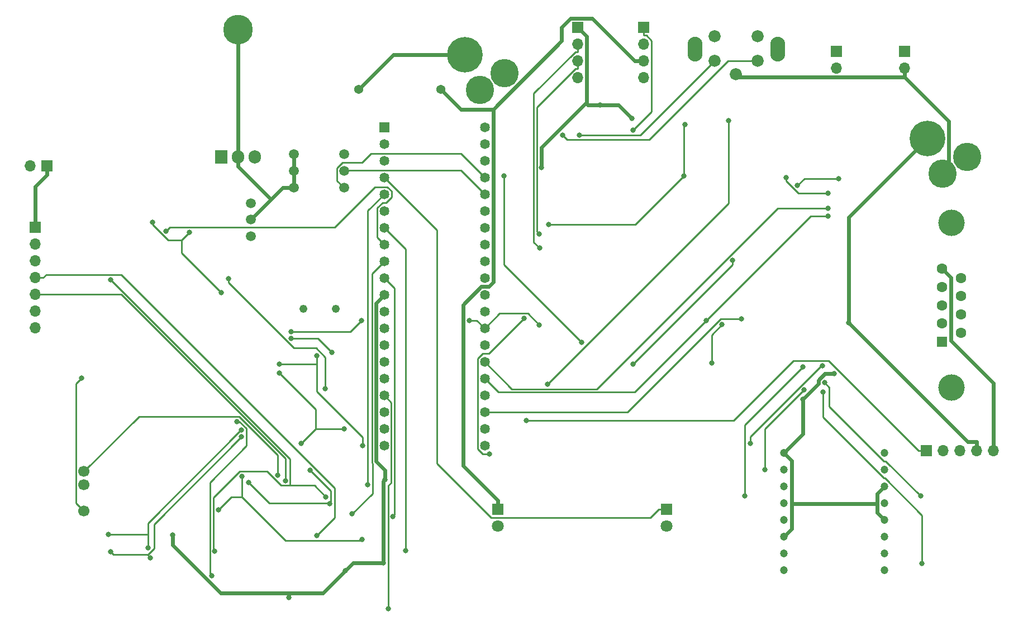
<source format=gbr>
%TF.GenerationSoftware,KiCad,Pcbnew,(6.0.2)*%
%TF.CreationDate,2022-06-17T14:25:20-05:00*%
%TF.ProjectId,Snap_Station,536e6170-5f53-4746-9174-696f6e2e6b69,rev?*%
%TF.SameCoordinates,Original*%
%TF.FileFunction,Copper,L2,Bot*%
%TF.FilePolarity,Positive*%
%FSLAX46Y46*%
G04 Gerber Fmt 4.6, Leading zero omitted, Abs format (unit mm)*
G04 Created by KiCad (PCBNEW (6.0.2)) date 2022-06-17 14:25:20*
%MOMM*%
%LPD*%
G01*
G04 APERTURE LIST*
%TA.AperFunction,ComponentPad*%
%ADD10C,1.830000*%
%TD*%
%TA.AperFunction,ComponentPad*%
%ADD11O,2.250000X3.750000*%
%TD*%
%TA.AperFunction,ComponentPad*%
%ADD12C,4.000000*%
%TD*%
%TA.AperFunction,ComponentPad*%
%ADD13R,1.600000X1.600000*%
%TD*%
%TA.AperFunction,ComponentPad*%
%ADD14C,1.600000*%
%TD*%
%TA.AperFunction,ComponentPad*%
%ADD15R,1.700000X1.700000*%
%TD*%
%TA.AperFunction,ComponentPad*%
%ADD16O,1.700000X1.700000*%
%TD*%
%TA.AperFunction,ComponentPad*%
%ADD17C,4.500000*%
%TD*%
%TA.AperFunction,ComponentPad*%
%ADD18R,1.485900X1.485900*%
%TD*%
%TA.AperFunction,ComponentPad*%
%ADD19C,1.485900*%
%TD*%
%TA.AperFunction,ComponentPad*%
%ADD20R,1.905000X2.000000*%
%TD*%
%TA.AperFunction,ComponentPad*%
%ADD21O,1.905000X2.000000*%
%TD*%
%TA.AperFunction,ComponentPad*%
%ADD22C,5.385000*%
%TD*%
%TA.AperFunction,ComponentPad*%
%ADD23C,4.295000*%
%TD*%
%TA.AperFunction,ComponentPad*%
%ADD24C,1.365000*%
%TD*%
%TA.AperFunction,ComponentPad*%
%ADD25C,1.493000*%
%TD*%
%TA.AperFunction,ComponentPad*%
%ADD26C,1.500000*%
%TD*%
%TA.AperFunction,ComponentPad*%
%ADD27C,1.247000*%
%TD*%
%TA.AperFunction,ComponentPad*%
%ADD28C,1.700000*%
%TD*%
%TA.AperFunction,ComponentPad*%
%ADD29C,1.200000*%
%TD*%
%TA.AperFunction,ComponentPad*%
%ADD30R,1.800000X1.800000*%
%TD*%
%TA.AperFunction,ComponentPad*%
%ADD31C,1.800000*%
%TD*%
%TA.AperFunction,ViaPad*%
%ADD32C,0.800000*%
%TD*%
%TA.AperFunction,Conductor*%
%ADD33C,0.600000*%
%TD*%
%TA.AperFunction,Conductor*%
%ADD34C,0.250000*%
%TD*%
G04 APERTURE END LIST*
D10*
%TO.P,J4,1,Pin_1*%
%TO.N,unconnected-(J4-Pad1)*%
X183980000Y-53708000D03*
%TO.P,J4,2,Pin_2*%
%TO.N,Wire46*%
X183979000Y-57443000D03*
%TO.P,J4,3,Pin_3*%
%TO.N,GND*%
X187239000Y-59474000D03*
%TO.P,J4,4,Pin_4*%
%TO.N,Wire44*%
X190480000Y-57445000D03*
%TO.P,J4,5,Pin_5*%
%TO.N,unconnected-(J4-Pad5)*%
X190482000Y-53690000D03*
D11*
%TO.P,J4,6*%
%TO.N,N/C*%
X181022000Y-55641000D03*
%TO.P,J4,7*%
X193522000Y-55673000D03*
%TD*%
D12*
%TO.P,P1,0*%
%TO.N,N/C*%
X219895000Y-106987000D03*
X219895000Y-81987000D03*
D13*
%TO.P,P1,1,1*%
%TO.N,unconnected-(P1-Pad1)*%
X218475000Y-100027000D03*
D14*
%TO.P,P1,2,2*%
%TO.N,Wire84*%
X218475000Y-97257000D03*
%TO.P,P1,3,3*%
%TO.N,Wire85*%
X218475000Y-94487000D03*
%TO.P,P1,4,4*%
%TO.N,unconnected-(P1-Pad4)*%
X218475000Y-91717000D03*
%TO.P,P1,5,5*%
%TO.N,GND*%
X218475000Y-88947000D03*
%TO.P,P1,6,6*%
%TO.N,unconnected-(P1-Pad6)*%
X221315000Y-98642000D03*
%TO.P,P1,7,7*%
%TO.N,unconnected-(P1-Pad7)*%
X221315000Y-95872000D03*
%TO.P,P1,8,8*%
%TO.N,unconnected-(P1-Pad8)*%
X221315000Y-93102000D03*
%TO.P,P1,9,9*%
%TO.N,unconnected-(P1-Pad9)*%
X221315000Y-90332000D03*
%TD*%
D15*
%TO.P,J14,1,Pin_1*%
%TO.N,VCC*%
X163235000Y-52350000D03*
D16*
%TO.P,J14,2,Pin_2*%
%TO.N,Wire49*%
X163235000Y-54890000D03*
%TO.P,J14,3,Pin_3*%
%TO.N,Wire48*%
X163235000Y-57430000D03*
%TO.P,J14,4,Pin_4*%
%TO.N,GND*%
X163235000Y-59970000D03*
%TD*%
D17*
%TO.P,7805Gnd,1*%
%TO.N,GND*%
X111766000Y-52662000D03*
%TD*%
D18*
%TO.P,U4,1,~{MCLR/VPP}*%
%TO.N,Wire1*%
X133936000Y-67493000D03*
D19*
%TO.P,U4,2,RA0*%
%TO.N,Wire2*%
X133936000Y-70033000D03*
%TO.P,U4,3,RA1*%
%TO.N,Wire6*%
X133936000Y-72573000D03*
%TO.P,U4,4,RA2*%
%TO.N,Wire65*%
X133936000Y-75113000D03*
%TO.P,U4,5,RA3*%
%TO.N,Wire79*%
X133936000Y-77653000D03*
%TO.P,U4,6,RA4/T0CKI*%
%TO.N,Wire21*%
X133936000Y-80193000D03*
%TO.P,U4,7,RA5/~{SS}*%
%TO.N,Wire42*%
X133936000Y-82733000D03*
%TO.P,U4,8,RE0/~{RD}*%
%TO.N,Wire76*%
X133936000Y-85273000D03*
%TO.P,U4,9,RE1/~{WR}*%
%TO.N,Wire15*%
X133936000Y-87813000D03*
%TO.P,U4,10,RE2/~{CS}*%
%TO.N,Wire78*%
X133936000Y-90353000D03*
%TO.P,U4,11,VDD_2*%
%TO.N,VCC*%
X133936000Y-92893000D03*
%TO.P,U4,12,VSS_2*%
%TO.N,Wire28*%
X133936000Y-95433000D03*
%TO.P,U4,13,OSC1/CLKIN*%
%TO.N,Wire29*%
X133936000Y-97973000D03*
%TO.P,U4,14,OSC2/CLKOUT*%
%TO.N,Wire27*%
X133936000Y-100513000D03*
%TO.P,U4,15,RC0/T1OSO/T1CKI*%
%TO.N,Wire80*%
X133936000Y-103053000D03*
%TO.P,U4,16,RC1/T1OSI/CCP2*%
%TO.N,Wire81*%
X133936000Y-105593000D03*
%TO.P,U4,17,RC2/CCP1*%
%TO.N,Wire38*%
X133936000Y-108133000D03*
%TO.P,U4,18,RC3/SCK/SCL*%
%TO.N,Wire63*%
X133936000Y-110673000D03*
%TO.P,U4,19,RD0/PSP0*%
%TO.N,Wire32*%
X133936000Y-113213000D03*
%TO.P,U4,20,RD1/PSP1*%
%TO.N,Wire30*%
X133936000Y-115753000D03*
%TO.P,U4,21,RD2/PSP2*%
%TO.N,Wire61*%
X149176000Y-115753000D03*
%TO.P,U4,22,RD3/PSP3*%
%TO.N,Wire31*%
X149176000Y-113213000D03*
%TO.P,U4,23,RC4/SDI/SDA*%
%TO.N,Wire59*%
X149176000Y-110673000D03*
%TO.P,U4,24,RC5/SDO*%
%TO.N,Wire57*%
X149176000Y-108133000D03*
%TO.P,U4,25,RC6/TX/CK*%
%TO.N,Wire55*%
X149176000Y-105593000D03*
%TO.P,U4,26,RC7/RX/DT*%
%TO.N,Wire82*%
X149176000Y-103053000D03*
%TO.P,U4,27,RD4/PSP4*%
%TO.N,Wire54*%
X149176000Y-100513000D03*
%TO.P,U4,28,RD5/PSP5*%
%TO.N,Wire53*%
X149176000Y-97973000D03*
%TO.P,U4,29,RD6/PSP6*%
%TO.N,Wire52*%
X149176000Y-95433000D03*
%TO.P,U4,30,RD7/PSP7*%
%TO.N,Wire51*%
X149176000Y-92893000D03*
%TO.P,U4,31,VSS*%
%TO.N,GND*%
X149176000Y-90353000D03*
%TO.P,U4,32,VDD*%
%TO.N,VCC*%
X149176000Y-87813000D03*
%TO.P,U4,33,RB0/INT*%
%TO.N,Wire50*%
X149176000Y-85273000D03*
%TO.P,U4,34,RB1*%
%TO.N,Wire47*%
X149176000Y-82733000D03*
%TO.P,U4,35,RB2*%
%TO.N,Wire24*%
X149176000Y-80193000D03*
%TO.P,U4,36,RB3*%
%TO.N,Wire25*%
X149176000Y-77653000D03*
%TO.P,U4,37,RB4*%
%TO.N,Wire26*%
X149176000Y-75113000D03*
%TO.P,U4,38,RB5*%
%TO.N,Wire83*%
X149176000Y-72573000D03*
%TO.P,U4,39,RB6*%
%TO.N,Wire45*%
X149176000Y-70033000D03*
%TO.P,U4,40,RB7*%
%TO.N,Wire43*%
X149176000Y-67493000D03*
%TD*%
D20*
%TO.P,U10,1,VI*%
%TO.N,Wire5*%
X109232000Y-71944000D03*
D21*
%TO.P,U10,2,GND*%
%TO.N,GND*%
X111772000Y-71944000D03*
%TO.P,U10,3,VO*%
%TO.N,VCC*%
X114312000Y-71944000D03*
%TD*%
D22*
%TO.P,J6,1*%
%TO.N,Wire8*%
X146145000Y-56511000D03*
D23*
%TO.P,J6,2*%
%TO.N,GND*%
X148445000Y-61811000D03*
%TO.P,J6,3*%
%TO.N,unconnected-(J6-Pad3)*%
X152145000Y-59311000D03*
%TD*%
D24*
%TO.P,F1,1*%
%TO.N,Wire8*%
X130039000Y-61739000D03*
%TO.P,F1,2*%
%TO.N,Wire5*%
X142539000Y-61736000D03*
%TD*%
D15*
%TO.P,J2,1,Pin_1*%
%TO.N,Wire5*%
X202433000Y-55946000D03*
D16*
%TO.P,J2,2,Pin_2*%
%TO.N,Wire66*%
X202433000Y-58486000D03*
%TD*%
D15*
%TO.P,J16,1,Pin_1*%
%TO.N,Wire60*%
X216069000Y-116535000D03*
D16*
%TO.P,J16,2,Pin_2*%
%TO.N,Wire64*%
X218609000Y-116535000D03*
%TO.P,J16,3,Pin_3*%
%TO.N,Wire56*%
X221149000Y-116535000D03*
%TO.P,J16,4,Pin_4*%
%TO.N,VCC*%
X223689000Y-116535000D03*
%TO.P,J16,5,Pin_5*%
%TO.N,GND*%
X226229000Y-116535000D03*
%TD*%
D25*
%TO.P,U3,1,1*%
%TO.N,Wire19*%
X113740000Y-79000000D03*
%TO.P,U3,2,2*%
%TO.N,GND*%
X113740000Y-81500000D03*
%TO.P,U3,3,3*%
%TO.N,Wire18*%
X113740000Y-84000000D03*
%TD*%
D26*
%TO.P,S1,1,COM_1*%
%TO.N,GND*%
X120237000Y-71598000D03*
%TO.P,S1,2,COM_2*%
X120237000Y-74138000D03*
%TO.P,S1,3,COM_3*%
X120237000Y-76678000D03*
%TO.P,S1,4,NO_1*%
%TO.N,Wire26*%
X127857000Y-76678000D03*
%TO.P,S1,5,NO_2*%
%TO.N,Wire25*%
X127857000Y-74138000D03*
%TO.P,S1,6,NO_3*%
%TO.N,Wire24*%
X127857000Y-71598000D03*
%TD*%
D15*
%TO.P,J13,1,Pin_1*%
%TO.N,Wire67*%
X212732000Y-55945000D03*
D16*
%TO.P,J13,2,Pin_2*%
%TO.N,GND*%
X212732000Y-58485000D03*
%TD*%
D15*
%TO.P,J11,1,Pin_1*%
%TO.N,Wire5*%
X82781000Y-73336000D03*
D16*
%TO.P,J11,2,Pin_2*%
%TO.N,Wire4*%
X80241000Y-73336000D03*
%TD*%
D22*
%TO.P,J12,1*%
%TO.N,VCC*%
X216232000Y-69197000D03*
D23*
%TO.P,J12,2*%
%TO.N,GND*%
X218532000Y-74497000D03*
%TO.P,J12,3*%
%TO.N,unconnected-(J12-Pad3)*%
X222232000Y-71997000D03*
%TD*%
D27*
%TO.P,Y1,1,1*%
%TO.N,Wire27*%
X121686000Y-95044000D03*
%TO.P,Y1,2,2*%
%TO.N,Wire29*%
X126566000Y-95044000D03*
%TD*%
D28*
%TO.P,J3,1,Pin_1*%
%TO.N,Wire150*%
X88433000Y-119693000D03*
%TO.P,J3,2,Pin_2*%
%TO.N,GND*%
X88434000Y-121721000D03*
%TO.P,J3,3,Pin_3*%
%TO.N,Wire9*%
X88438000Y-125646000D03*
%TD*%
D15*
%TO.P,J15,1,Pin_1*%
%TO.N,Wire5*%
X81033000Y-82694000D03*
D16*
%TO.P,J15,2,Pin_2*%
%TO.N,VCC*%
X81033000Y-85234000D03*
%TO.P,J15,3,Pin_3*%
%TO.N,Wire11*%
X81033000Y-87774000D03*
%TO.P,J15,4,Pin_4*%
%TO.N,Wire12*%
X81033000Y-90314000D03*
%TO.P,J15,5,Pin_5*%
%TO.N,Wire13*%
X81033000Y-92854000D03*
%TO.P,J15,6,Pin_6*%
%TO.N,Wire14*%
X81033000Y-95394000D03*
%TO.P,J15,7,Pin_7*%
%TO.N,GND*%
X81033000Y-97934000D03*
%TD*%
D15*
%TO.P,J8,1,Pin_1*%
%TO.N,Wire7*%
X173256000Y-52352000D03*
D16*
%TO.P,J8,2,Pin_2*%
%TO.N,GND*%
X173256000Y-54892000D03*
%TO.P,J8,3,Pin_3*%
%TO.N,Wire5*%
X173256000Y-57432000D03*
%TO.P,J8,4,Pin_4*%
%TO.N,unconnected-(J8-Pad4)*%
X173256000Y-59972000D03*
%TD*%
D29*
%TO.P,D2,2,ANODE_A*%
%TO.N,Wire99*%
X209732000Y-116842000D03*
%TO.P,D2,3,ANODE_F*%
%TO.N,Wire101*%
X209732000Y-119382000D03*
%TO.P,D2,4,COMMON_CATHODE_1*%
%TO.N,GND*%
X209732000Y-121922000D03*
%TO.P,D2,5,ANODE_E*%
%TO.N,Wire100*%
X209732000Y-124462000D03*
%TO.P,D2,6,COMMON_CATHODE_2*%
%TO.N,GND*%
X209732000Y-127002000D03*
%TO.P,D2,7,ANODE_L.D.P.*%
%TO.N,unconnected-(D2-Pad7)*%
X209732000Y-129542000D03*
%TO.P,D2,8,NO_PIN_1*%
%TO.N,unconnected-(D2-Pad8)*%
X209732000Y-132082000D03*
%TO.P,D2,9,NO_PIN_2*%
%TO.N,unconnected-(D2-Pad9)*%
X209732000Y-134622000D03*
%TO.P,D2,10,ANODE_R.D.P.*%
%TO.N,Wire97*%
X194492000Y-134622000D03*
%TO.P,D2,11,ANODE_D*%
%TO.N,Wire96*%
X194492000Y-132082000D03*
%TO.P,D2,12,COMMON_CATHODE_3*%
%TO.N,GND*%
X194492000Y-129542000D03*
%TO.P,D2,13,ANODE_C*%
%TO.N,Wire95*%
X194492000Y-127002000D03*
%TO.P,D2,14,ANODE_G*%
%TO.N,Wire98*%
X194492000Y-124462000D03*
%TO.P,D2,15,ANODE_B*%
%TO.N,Wire94*%
X194492000Y-121922000D03*
%TO.P,D2,16,NO_PIN_3*%
%TO.N,unconnected-(D2-Pad16)*%
X194492000Y-119382000D03*
%TO.P,D2,17,COMMON_CATHODE_4*%
%TO.N,GND*%
X194492000Y-116842000D03*
%TD*%
D30*
%TO.P,D6,1,K*%
%TO.N,Wire65*%
X176728000Y-125436000D03*
D31*
%TO.P,D6,2,A*%
%TO.N,Net-(D6-Pad2)*%
X176728000Y-127976000D03*
%TD*%
D30*
%TO.P,D23,1,K*%
%TO.N,Wire5*%
X151131000Y-125438000D03*
D31*
%TO.P,D23,2,A*%
%TO.N,Net-(D23-Pad2)*%
X151131000Y-127978000D03*
%TD*%
D32*
%TO.N,GND*%
X197357900Y-108738100D03*
X202084700Y-104861700D03*
%TO.N,VCC*%
X119483200Y-138753000D03*
X166616900Y-64091300D03*
X127999800Y-134692600D03*
X134017900Y-120947800D03*
X171452200Y-66144200D03*
X157770300Y-73607700D03*
X133771900Y-133501200D03*
X204287600Y-97130800D03*
X101860900Y-129332600D03*
%TO.N,Wire55*%
X201137000Y-80985800D03*
X182731000Y-96825500D03*
%TO.N,Wire42*%
X137142300Y-131710700D03*
%TO.N,Wire23*%
X149824900Y-117045800D03*
X155155800Y-96446000D03*
%TO.N,Wire150*%
X117779300Y-120254600D03*
%TO.N,Wire59*%
X188041700Y-96571000D03*
%TO.N,Wire63*%
X185123700Y-97366900D03*
X183525900Y-103189100D03*
%TO.N,Wire6*%
X179529300Y-67076000D03*
X158876400Y-82264000D03*
X179342000Y-74889300D03*
%TO.N,Wire62*%
X171657400Y-103359500D03*
X186681000Y-87667800D03*
%TO.N,Wire38*%
X134510800Y-140443000D03*
%TO.N,Wire58*%
X158658200Y-106433600D03*
X186107600Y-66460400D03*
%TO.N,Wire70*%
X194793300Y-75129400D03*
X201142400Y-77494000D03*
%TO.N,Wire68*%
X202818100Y-75246400D03*
X196530200Y-76296800D03*
%TO.N,Wire82*%
X201139700Y-79774100D03*
%TO.N,Wire9*%
X88024500Y-105539200D03*
%TO.N,Wire39*%
X122702300Y-119510300D03*
X113378000Y-121380200D03*
X125683300Y-124597600D03*
%TO.N,Wire34*%
X108799300Y-125525200D03*
X130567000Y-129996000D03*
X112346000Y-120376200D03*
%TO.N,Wire16*%
X112281000Y-113425600D03*
X92083100Y-129227600D03*
X98127800Y-131260800D03*
%TO.N,Wire17*%
X112300000Y-114425900D03*
X92465200Y-131853000D03*
X98445000Y-132791300D03*
%TO.N,Wire37*%
X111573600Y-112081200D03*
X107822000Y-135487400D03*
%TO.N,Wire32*%
X121291300Y-115424000D03*
X117995000Y-104711700D03*
X127850200Y-113213000D03*
%TO.N,Wire30*%
X123738900Y-102141900D03*
X130662600Y-115753000D03*
X118011700Y-103414000D03*
%TO.N,Wire54*%
X125992900Y-101636800D03*
X119802500Y-99501700D03*
%TO.N,Wire53*%
X130465700Y-96754800D03*
X119827800Y-98453000D03*
X157440500Y-97479100D03*
X146786300Y-96754800D03*
%TO.N,Wire10*%
X109229600Y-92520600D03*
X104362900Y-83435300D03*
X98815700Y-81922000D03*
%TO.N,Wire22*%
X110333400Y-90434600D03*
X124999300Y-107161800D03*
%TO.N,Wire89*%
X197380300Y-103856200D03*
X188580000Y-123386900D03*
%TO.N,Wire90*%
X191637300Y-119413300D03*
X197496300Y-107325000D03*
%TO.N,Wire91*%
X200627100Y-106214100D03*
X215192000Y-123394000D03*
%TO.N,Wire92*%
X215432000Y-133595200D03*
X200390100Y-107664000D03*
%TO.N,Wire83*%
X163830700Y-100072000D03*
X152067900Y-74865700D03*
%TO.N,Wire93*%
X189376600Y-115402800D03*
X200340200Y-103636800D03*
%TO.N,Wire12*%
X123667900Y-129415500D03*
%TO.N,Wire13*%
X118955000Y-121059700D03*
%TO.N,Wire60*%
X155473900Y-111944500D03*
%TO.N,Wire49*%
X157466900Y-85821000D03*
%TO.N,Wire48*%
X157431900Y-83699000D03*
%TO.N,Wire7*%
X171609100Y-67940300D03*
%TO.N,Wire44*%
X160941000Y-68695000D03*
%TO.N,Wire46*%
X163465400Y-68669200D03*
%TO.N,Wire75*%
X125094200Y-123539200D03*
X108230200Y-131782800D03*
X92500100Y-90582500D03*
%TO.N,Wire76*%
X100875900Y-83239900D03*
%TO.N,Wire15*%
X129063600Y-126101000D03*
%TO.N,Wire78*%
X135239800Y-126527500D03*
%TO.N,Wire79*%
X131441500Y-121682700D03*
%TD*%
D33*
%TO.N,Wire5*%
X151131000Y-125438000D02*
X151131000Y-124037700D01*
X171905700Y-57432000D02*
X165473300Y-50999600D01*
X145857200Y-118763900D02*
X151131000Y-124037700D01*
X145559000Y-64756000D02*
X142539000Y-61736000D01*
X165473300Y-50999600D02*
X162174200Y-50999600D01*
X145857200Y-94383800D02*
X145857200Y-118763900D01*
X162174200Y-50999600D02*
X160818000Y-52355800D01*
X148618000Y-91623000D02*
X145857200Y-94383800D01*
X81033000Y-76434300D02*
X81033000Y-82694000D01*
X149743900Y-91623000D02*
X148618000Y-91623000D01*
X160818000Y-52355800D02*
X160818000Y-54382800D01*
X82781000Y-73336000D02*
X82781000Y-74686300D01*
X82781000Y-74686300D02*
X81033000Y-76434300D01*
X150444800Y-64756000D02*
X150444800Y-90922100D01*
X160818000Y-54382800D02*
X150444800Y-64756000D01*
X150444800Y-64756000D02*
X145559000Y-64756000D01*
X150444800Y-90922100D02*
X149743900Y-91623000D01*
X173256000Y-57432000D02*
X171905700Y-57432000D01*
%TO.N,GND*%
X111772000Y-71944000D02*
X111772000Y-73444300D01*
X187239000Y-59474000D02*
X187601400Y-59836400D01*
X116783900Y-78456100D02*
X113740000Y-81500000D01*
X187601400Y-59836400D02*
X212730900Y-59836400D01*
X208620800Y-124583100D02*
X208620800Y-125890800D01*
X209732000Y-121922000D02*
X208620800Y-123033200D01*
X118562000Y-76678000D02*
X116783900Y-78456100D01*
X194492000Y-116842000D02*
X197357900Y-113976100D01*
X111766000Y-52662000D02*
X111766000Y-70437700D01*
X199726800Y-105841200D02*
X199726800Y-106369200D01*
X219436700Y-66540000D02*
X212732000Y-59835300D01*
X218475000Y-88947000D02*
X219775400Y-90247400D01*
X219775400Y-99835900D02*
X226229000Y-106289500D01*
X219436700Y-73592300D02*
X219436700Y-66540000D01*
X120237000Y-71598000D02*
X120237000Y-74138000D01*
X195661500Y-124583100D02*
X195661500Y-118011500D01*
X200706300Y-104861700D02*
X199726800Y-105841200D01*
X197357900Y-113976100D02*
X197357900Y-108738100D01*
X208620800Y-123033200D02*
X208620800Y-124583100D01*
X120237000Y-76678000D02*
X118562000Y-76678000D01*
X111766000Y-70437700D02*
X111772000Y-70443700D01*
X111772000Y-71944000D02*
X111772000Y-70443700D01*
X199726800Y-106369200D02*
X197357900Y-108738100D01*
X195661500Y-124583100D02*
X195661500Y-128372500D01*
X120237000Y-76678000D02*
X120237000Y-74138000D01*
X212730900Y-59836400D02*
X212732000Y-59835300D01*
X226229000Y-106289500D02*
X226229000Y-116535000D01*
X218532000Y-74497000D02*
X219436700Y-73592300D01*
X208620800Y-124583100D02*
X195661500Y-124583100D01*
X111772000Y-73444300D02*
X116783900Y-78456100D01*
X202084700Y-104861700D02*
X200706300Y-104861700D01*
X195661500Y-118011500D02*
X194492000Y-116842000D01*
X219775400Y-90247400D02*
X219775400Y-99835900D01*
X195661500Y-128372500D02*
X194492000Y-129542000D01*
X212732000Y-58485000D02*
X212732000Y-59835300D01*
X208620800Y-125890800D02*
X209732000Y-127002000D01*
%TO.N,VCC*%
X124599200Y-138093200D02*
X119483200Y-138093200D01*
X132684800Y-118131600D02*
X132684800Y-94144200D01*
X169399300Y-64091300D02*
X171452200Y-66144200D01*
X164728800Y-64091300D02*
X164620000Y-63982500D01*
X134017900Y-119464700D02*
X132684800Y-118131600D01*
X223689000Y-115184700D02*
X222341500Y-115184700D01*
X166616900Y-64091300D02*
X169399300Y-64091300D01*
X133771900Y-121193800D02*
X134017900Y-120947800D01*
X129191200Y-133501200D02*
X127999800Y-134692600D01*
X134017900Y-120947800D02*
X134017900Y-119464700D01*
X101860900Y-130799500D02*
X109154600Y-138093200D01*
X157770300Y-70581900D02*
X157770300Y-73607700D01*
X163235000Y-52350000D02*
X164620000Y-53735000D01*
X223689000Y-116535000D02*
X223689000Y-115184700D01*
X133771900Y-133501200D02*
X129191200Y-133501200D01*
X164620000Y-63982500D02*
X164369700Y-63982500D01*
X101860900Y-129332600D02*
X101860900Y-130799500D01*
X132684800Y-94144200D02*
X133936000Y-92893000D01*
X164369700Y-63982500D02*
X157770300Y-70581900D01*
X222341500Y-115184700D02*
X204287600Y-97130800D01*
X127999800Y-134692600D02*
X124599200Y-138093200D01*
X119483200Y-138093200D02*
X119483200Y-138753000D01*
X166616900Y-64091300D02*
X164728800Y-64091300D01*
X204287600Y-81141400D02*
X204287600Y-97130800D01*
X164620000Y-53735000D02*
X164620000Y-63982500D01*
X216232000Y-69197000D02*
X204287600Y-81141400D01*
X133771900Y-133501200D02*
X133771900Y-121193800D01*
X109154600Y-138093200D02*
X119483200Y-138093200D01*
D34*
%TO.N,Wire55*%
X198570700Y-80985800D02*
X201137000Y-80985800D01*
X151246500Y-107663500D02*
X149176000Y-105593000D01*
X182731000Y-96825500D02*
X171893000Y-107663500D01*
X171893000Y-107663500D02*
X151246500Y-107663500D01*
X182731000Y-96825500D02*
X198570700Y-80985800D01*
%TO.N,Wire42*%
X137142300Y-85939300D02*
X137142300Y-131710700D01*
X133936000Y-82733000D02*
X137142300Y-85939300D01*
%TO.N,Wire23*%
X148086200Y-116242100D02*
X148889900Y-117045800D01*
X149818800Y-101783000D02*
X148856200Y-101783000D01*
X155155800Y-96446000D02*
X149818800Y-101783000D01*
X148889900Y-117045800D02*
X149824900Y-117045800D01*
X148856200Y-101783000D02*
X148086200Y-102553000D01*
X148086200Y-102553000D02*
X148086200Y-116242100D01*
%TO.N,Wire150*%
X111895500Y-111314900D02*
X117779300Y-117198700D01*
X117779300Y-117198700D02*
X117779300Y-120254600D01*
X88433000Y-119693000D02*
X96811100Y-111314900D01*
X96811100Y-111314900D02*
X111895500Y-111314900D01*
%TO.N,Wire59*%
X149176000Y-110673000D02*
X170782200Y-110673000D01*
X170782200Y-110673000D02*
X184884200Y-96571000D01*
X184884200Y-96571000D02*
X188041700Y-96571000D01*
%TO.N,Wire63*%
X183525900Y-98964700D02*
X183525900Y-103189100D01*
X185123700Y-97366900D02*
X183525900Y-98964700D01*
%TO.N,Wire6*%
X158876400Y-82264000D02*
X171967300Y-82264000D01*
X179342000Y-67263300D02*
X179529300Y-67076000D01*
X171967300Y-82264000D02*
X179342000Y-74889300D01*
X179342000Y-74889300D02*
X179342000Y-67263300D01*
%TO.N,Wire62*%
X186681000Y-88335900D02*
X186681000Y-87667800D01*
X171657400Y-103359500D02*
X186681000Y-88335900D01*
%TO.N,Wire38*%
X134510800Y-140443000D02*
X134510800Y-121874800D01*
X135004400Y-109201400D02*
X133936000Y-108133000D01*
X134510800Y-121874800D02*
X135004400Y-121381200D01*
X135004400Y-121381200D02*
X135004400Y-109201400D01*
%TO.N,Wire58*%
X158658200Y-106433600D02*
X186107600Y-78984200D01*
X186107600Y-78984200D02*
X186107600Y-66460400D01*
%TO.N,Wire70*%
X194793300Y-75129400D02*
X194793300Y-75585600D01*
X196701700Y-77494000D02*
X201142400Y-77494000D01*
X194793300Y-75585600D02*
X196701700Y-77494000D01*
%TO.N,Wire68*%
X197580600Y-75246400D02*
X202818100Y-75246400D01*
X196530200Y-76296800D02*
X197580600Y-75246400D01*
%TO.N,Wire82*%
X193525100Y-79774100D02*
X201139700Y-79774100D01*
X153287300Y-107164300D02*
X166134900Y-107164300D01*
X166134900Y-107164300D02*
X193525100Y-79774100D01*
X149176000Y-103053000D02*
X153287300Y-107164300D01*
D33*
%TO.N,Wire8*%
X135267000Y-56511000D02*
X146145000Y-56511000D01*
X130039000Y-61739000D02*
X135267000Y-56511000D01*
D34*
%TO.N,Wire9*%
X87244400Y-124452400D02*
X87244400Y-106319300D01*
X87244400Y-106319300D02*
X88024500Y-105539200D01*
X88438000Y-125646000D02*
X87244400Y-124452400D01*
%TO.N,Wire39*%
X125683300Y-124597600D02*
X125683300Y-124478900D01*
X116476700Y-124478900D02*
X125683300Y-124478900D01*
X125829200Y-124333000D02*
X125829200Y-122637200D01*
X125829200Y-122637200D02*
X122702300Y-119510300D01*
X113378000Y-121380200D02*
X116476700Y-124478900D01*
X125683300Y-124478900D02*
X125829200Y-124333000D01*
%TO.N,Wire34*%
X112346000Y-123543400D02*
X110781100Y-123543400D01*
X130415200Y-130147800D02*
X130567000Y-129996000D01*
X112346000Y-120376200D02*
X112346000Y-123543400D01*
X112346000Y-123543400D02*
X118950400Y-130147800D01*
X110781100Y-123543400D02*
X108799300Y-125525200D01*
X118950400Y-130147800D02*
X130415200Y-130147800D01*
%TO.N,Wire16*%
X112191800Y-113425600D02*
X112281000Y-113425600D01*
X98127800Y-127489600D02*
X112191800Y-113425600D01*
X98127800Y-131260800D02*
X98127800Y-129227600D01*
X98127800Y-129227600D02*
X98127800Y-127489600D01*
X98127800Y-129227600D02*
X92083100Y-129227600D01*
%TO.N,Wire17*%
X92901600Y-132289400D02*
X92465200Y-131853000D01*
X98130900Y-132289400D02*
X92901600Y-132289400D01*
X99065100Y-131355200D02*
X98130900Y-132289400D01*
X98130900Y-132477200D02*
X98445000Y-132791300D01*
X112300000Y-114425900D02*
X99065100Y-127660800D01*
X99065100Y-127660800D02*
X99065100Y-131355200D01*
X98130900Y-132289400D02*
X98130900Y-132477200D01*
%TO.N,Wire37*%
X113042000Y-113160600D02*
X113042000Y-115793600D01*
X111573600Y-112081200D02*
X111962600Y-112081200D01*
X107504900Y-121330700D02*
X107504900Y-135170300D01*
X111962600Y-112081200D02*
X113042000Y-113160600D01*
X107504900Y-135170300D02*
X107822000Y-135487400D01*
X113042000Y-115793600D02*
X107504900Y-121330700D01*
%TO.N,Wire32*%
X123502300Y-113213000D02*
X123502300Y-110219000D01*
X123502300Y-110219000D02*
X117995000Y-104711700D01*
X123502300Y-113213000D02*
X121291300Y-115424000D01*
X127850200Y-113213000D02*
X123502300Y-113213000D01*
%TO.N,Wire30*%
X123738900Y-103414000D02*
X123738900Y-102141900D01*
X123738900Y-103414000D02*
X123738900Y-107580100D01*
X123738900Y-107580100D02*
X130662600Y-114503800D01*
X118011700Y-103414000D02*
X123738900Y-103414000D01*
X130662600Y-114503800D02*
X130662600Y-115753000D01*
%TO.N,Wire54*%
X119802500Y-99501700D02*
X123857800Y-99501700D01*
X123857800Y-99501700D02*
X125992900Y-101636800D01*
%TO.N,Wire53*%
X155682000Y-95720600D02*
X157440500Y-97479100D01*
X151428400Y-95720600D02*
X155682000Y-95720600D01*
X149176000Y-97973000D02*
X151428400Y-95720600D01*
X128767500Y-98453000D02*
X119827800Y-98453000D01*
X130465700Y-96754800D02*
X128767500Y-98453000D01*
X147957800Y-96754800D02*
X146786300Y-96754800D01*
X149176000Y-97973000D02*
X147957800Y-96754800D01*
%TO.N,Wire10*%
X104362900Y-83435300D02*
X103234000Y-84564200D01*
X103234000Y-84564200D02*
X101147300Y-84564200D01*
X101147300Y-84564200D02*
X98815700Y-82232600D01*
X103234000Y-86525000D02*
X109229600Y-92520600D01*
X103234000Y-84564200D02*
X103234000Y-86525000D01*
X98815700Y-82232600D02*
X98815700Y-81922000D01*
%TO.N,Wire22*%
X120238100Y-100970900D02*
X110333400Y-91066200D01*
X124999300Y-102371300D02*
X123598900Y-100970900D01*
X123598900Y-100970900D02*
X120238100Y-100970900D01*
X110333400Y-91066200D02*
X110333400Y-90434600D01*
X124999300Y-107161800D02*
X124999300Y-102371300D01*
%TO.N,Wire89*%
X188580000Y-112656500D02*
X188580000Y-123386900D01*
X197380300Y-103856200D02*
X188580000Y-112656500D01*
%TO.N,Wire90*%
X197496300Y-107325000D02*
X191637300Y-113184000D01*
X191637300Y-113184000D02*
X191637300Y-119413300D01*
%TO.N,Wire91*%
X201334600Y-106921600D02*
X200627100Y-106214100D01*
X215192000Y-123394000D02*
X209910000Y-118112000D01*
X201334600Y-109812500D02*
X201334600Y-106921600D01*
X209634100Y-118112000D02*
X201334600Y-109812500D01*
X209910000Y-118112000D02*
X209634100Y-118112000D01*
%TO.N,Wire92*%
X209631100Y-120652000D02*
X209776200Y-120652000D01*
X200390100Y-107664000D02*
X200390100Y-111411000D01*
X200390100Y-111411000D02*
X209631100Y-120652000D01*
X209776200Y-120652000D02*
X215432000Y-126307800D01*
X215432000Y-126307800D02*
X215432000Y-133595200D01*
%TO.N,Wire83*%
X152067900Y-74865700D02*
X152067900Y-88309200D01*
X152067900Y-88309200D02*
X163830700Y-100072000D01*
%TO.N,Wire93*%
X200150300Y-103636800D02*
X200340200Y-103636800D01*
X189376600Y-115402800D02*
X189376600Y-114410500D01*
X189376600Y-114410500D02*
X200150300Y-103636800D01*
%TO.N,Wire26*%
X131891100Y-71498600D02*
X145561600Y-71498600D01*
X145561600Y-71498600D02*
X149176000Y-75113000D01*
X127578700Y-72868000D02*
X130521700Y-72868000D01*
X130521700Y-72868000D02*
X131891100Y-71498600D01*
X127857000Y-76678000D02*
X126777700Y-75598700D01*
X126777700Y-73669000D02*
X127578700Y-72868000D01*
X126777700Y-75598700D02*
X126777700Y-73669000D01*
%TO.N,Wire25*%
X127857000Y-74138000D02*
X127954400Y-74040600D01*
X127954400Y-74040600D02*
X145563600Y-74040600D01*
X145563600Y-74040600D02*
X149176000Y-77653000D01*
%TO.N,Wire65*%
X175502700Y-125436000D02*
X174275300Y-126663400D01*
X141898400Y-118473400D02*
X141898400Y-83075400D01*
X174275300Y-126663400D02*
X150088400Y-126663400D01*
X150088400Y-126663400D02*
X141898400Y-118473400D01*
X176728000Y-125436000D02*
X175502700Y-125436000D01*
X141898400Y-83075400D02*
X133936000Y-75113000D01*
%TO.N,Wire12*%
X82695100Y-89827200D02*
X94057000Y-89827200D01*
X126410300Y-122180500D02*
X126410300Y-126673100D01*
X82208300Y-90314000D02*
X82695100Y-89827200D01*
X94057000Y-89827200D02*
X126410300Y-122180500D01*
X126410300Y-126673100D02*
X123667900Y-129415500D01*
X81033000Y-90314000D02*
X82208300Y-90314000D01*
%TO.N,Wire13*%
X94093600Y-92854000D02*
X118955000Y-117715400D01*
X118955000Y-117715400D02*
X118955000Y-121059700D01*
X81033000Y-92854000D02*
X94093600Y-92854000D01*
%TO.N,Wire60*%
X201270200Y-102911500D02*
X195885300Y-102911500D01*
X216069000Y-116535000D02*
X214893700Y-116535000D01*
X214893700Y-116535000D02*
X201270200Y-102911500D01*
X195885300Y-102911500D02*
X186852300Y-111944500D01*
X186852300Y-111944500D02*
X155473900Y-111944500D01*
%TO.N,Wire49*%
X156594700Y-62338200D02*
X156594700Y-84948800D01*
X156594700Y-84948800D02*
X157466900Y-85821000D01*
X163235000Y-54890000D02*
X163235000Y-56065300D01*
X163235000Y-56065300D02*
X162867600Y-56065300D01*
X162867600Y-56065300D02*
X156594700Y-62338200D01*
%TO.N,Wire48*%
X163235000Y-58605300D02*
X162867700Y-58605300D01*
X157045000Y-83312100D02*
X157431900Y-83699000D01*
X157045000Y-64428000D02*
X157045000Y-83312100D01*
X163235000Y-57430000D02*
X163235000Y-58605300D01*
X162867700Y-58605300D02*
X157045000Y-64428000D01*
%TO.N,Wire7*%
X173623300Y-53527300D02*
X174439500Y-54343500D01*
X174439500Y-65109900D02*
X171609100Y-67940300D01*
X173256000Y-52352000D02*
X173256000Y-53527300D01*
X174439500Y-54343500D02*
X174439500Y-65109900D01*
X173256000Y-53527300D02*
X173623300Y-53527300D01*
%TO.N,Wire44*%
X174056200Y-69396800D02*
X161642800Y-69396800D01*
X190480000Y-57445000D02*
X186008000Y-57445000D01*
X186008000Y-57445000D02*
X174056200Y-69396800D01*
X161642800Y-69396800D02*
X160941000Y-68695000D01*
%TO.N,Wire46*%
X172752800Y-68669200D02*
X163465400Y-68669200D01*
X183979000Y-57443000D02*
X172752800Y-68669200D01*
%TO.N,Wire75*%
X108074000Y-123617000D02*
X108074000Y-131626600D01*
X119680400Y-117762800D02*
X92500100Y-90582500D01*
X108074000Y-131626600D02*
X108230200Y-131782800D01*
X118284000Y-121785000D02*
X116147900Y-119648900D01*
X116147900Y-119648900D02*
X112042100Y-119648900D01*
X119680400Y-121785000D02*
X118284000Y-121785000D01*
X119680400Y-121785000D02*
X119680400Y-117762800D01*
X119680400Y-121785000D02*
X123340000Y-121785000D01*
X123340000Y-121785000D02*
X125094200Y-123539200D01*
X112042100Y-119648900D02*
X108074000Y-123617000D01*
%TO.N,Wire76*%
X132867600Y-84204600D02*
X132867600Y-79714400D01*
X101466100Y-82649700D02*
X100875900Y-83239900D01*
X135010800Y-77169100D02*
X134376900Y-76535200D01*
X135010800Y-78090600D02*
X135010800Y-77169100D01*
X133659000Y-78923000D02*
X134178400Y-78923000D01*
X132530900Y-76535200D02*
X126416400Y-82649700D01*
X134376900Y-76535200D02*
X132530900Y-76535200D01*
X126416400Y-82649700D02*
X101466100Y-82649700D01*
X133936000Y-85273000D02*
X132867600Y-84204600D01*
X134178400Y-78923000D02*
X135010800Y-78090600D01*
X132867600Y-79714400D02*
X133659000Y-78923000D01*
%TO.N,Wire15*%
X132059400Y-118390600D02*
X132059400Y-89689600D01*
X129063600Y-126101000D02*
X132166800Y-122997800D01*
X132059400Y-89689600D02*
X133936000Y-87813000D01*
X132166800Y-118498000D02*
X132059400Y-118390600D01*
X132166800Y-122997800D02*
X132166800Y-118498000D01*
%TO.N,Wire78*%
X135477500Y-91894500D02*
X135477500Y-126289800D01*
X135477500Y-126289800D02*
X135239800Y-126527500D01*
X133936000Y-90353000D02*
X135477500Y-91894500D01*
%TO.N,Wire79*%
X131441500Y-80147500D02*
X131441500Y-121682700D01*
X133936000Y-77653000D02*
X131441500Y-80147500D01*
%TD*%
M02*

</source>
